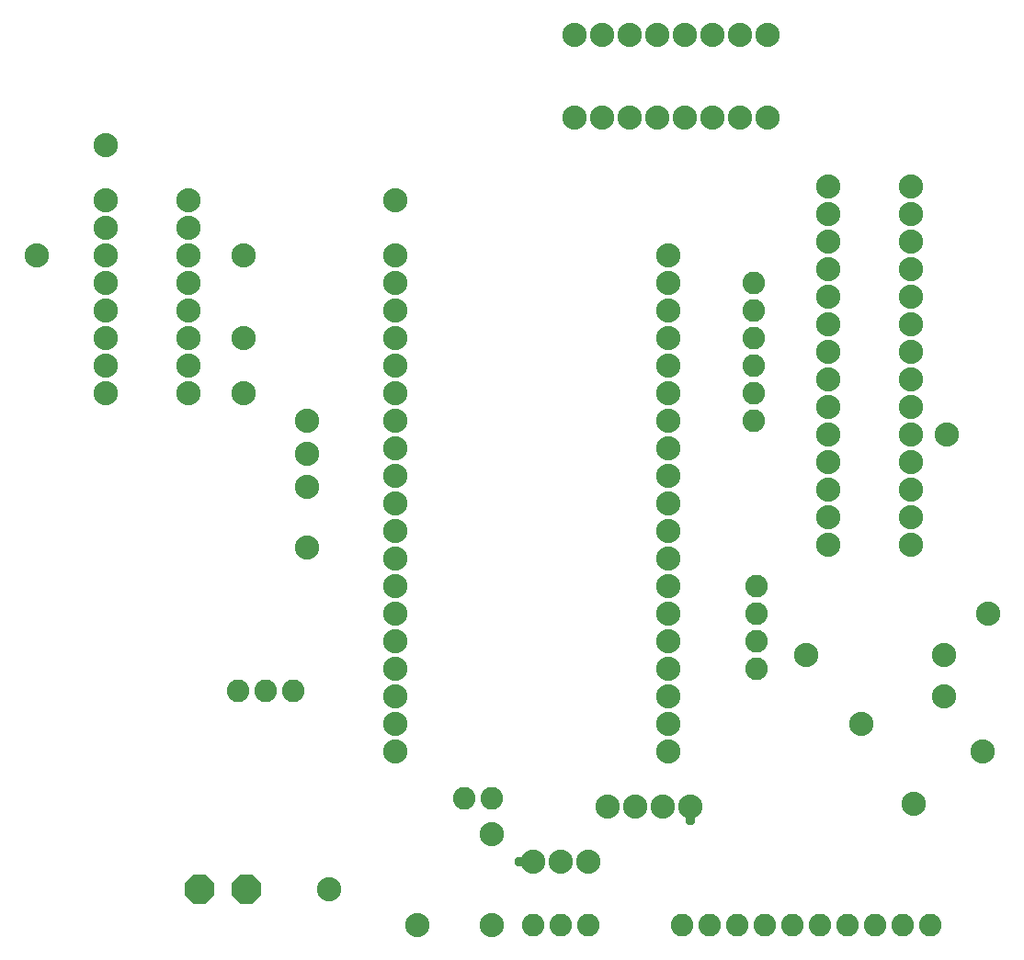
<source format=gbr>
G04 EAGLE Gerber RS-274X export*
G75*
%MOMM*%
%FSLAX34Y34*%
%LPD*%
%INSoldermask Top*%
%IPPOS*%
%AMOC8*
5,1,8,0,0,1.08239X$1,22.5*%
G01*
%ADD10C,2.235200*%
%ADD11C,2.082800*%
%ADD12P,2.969212X8X22.500000*%
%ADD13C,0.959600*%


D10*
X325120Y434340D03*
X325120Y378460D03*
D11*
X584200Y30480D03*
X558800Y30480D03*
X533400Y30480D03*
D10*
X584200Y88900D03*
X558800Y88900D03*
X533400Y88900D03*
X571500Y774700D03*
X596900Y774700D03*
X723900Y774700D03*
X749300Y774700D03*
X622300Y774700D03*
X647700Y774700D03*
X698500Y774700D03*
X673100Y774700D03*
X749300Y850900D03*
X723900Y850900D03*
X698500Y850900D03*
X673100Y850900D03*
X647700Y850900D03*
X622300Y850900D03*
X596900Y850900D03*
X571500Y850900D03*
X139700Y698500D03*
X139700Y673100D03*
X139700Y546100D03*
X139700Y520700D03*
X139700Y647700D03*
X139700Y622300D03*
X139700Y571500D03*
X139700Y596900D03*
X215900Y520700D03*
X215900Y546100D03*
X215900Y571500D03*
X215900Y596900D03*
X215900Y622300D03*
X215900Y647700D03*
X215900Y673100D03*
X215900Y698500D03*
X266700Y520700D03*
X266700Y571500D03*
X266700Y647700D03*
X76200Y647700D03*
X678180Y139700D03*
X652780Y139700D03*
X627380Y139700D03*
X601980Y139700D03*
X406500Y647800D03*
X406500Y622400D03*
X406500Y597000D03*
X406500Y571600D03*
X406500Y546200D03*
X406500Y520800D03*
X406500Y495400D03*
X406500Y470000D03*
X406500Y444600D03*
X406500Y419200D03*
X406500Y393800D03*
X406500Y368400D03*
X406500Y343000D03*
X406500Y317600D03*
X406500Y292200D03*
X406500Y266800D03*
X406500Y241400D03*
X406500Y216000D03*
X406500Y190600D03*
X658400Y647800D03*
X658400Y622400D03*
X658400Y597000D03*
X658400Y571600D03*
X658400Y546200D03*
X658400Y520800D03*
X658400Y495400D03*
X658400Y470000D03*
X658400Y444600D03*
X658400Y419200D03*
X658400Y393800D03*
X658400Y368400D03*
X658400Y343000D03*
X658400Y317600D03*
X658400Y292200D03*
X658400Y266800D03*
X658400Y241400D03*
X658400Y216000D03*
X658400Y190600D03*
X881380Y381000D03*
X881380Y406400D03*
X881380Y431800D03*
X881380Y457200D03*
X881380Y482600D03*
X881380Y508000D03*
X881380Y533400D03*
X881380Y558800D03*
X881380Y584200D03*
X881380Y609600D03*
X881380Y635000D03*
X881380Y660400D03*
X881380Y685800D03*
X881380Y711200D03*
X805180Y711200D03*
X805180Y685800D03*
X805180Y660400D03*
X805180Y635000D03*
X805180Y609600D03*
X805180Y584200D03*
X805180Y558800D03*
X805180Y533400D03*
X805180Y508000D03*
X805180Y482600D03*
X805180Y457200D03*
X805180Y431800D03*
X805180Y406400D03*
X805180Y381000D03*
X784860Y279400D03*
X911860Y279400D03*
X911860Y241300D03*
X835660Y215900D03*
X883920Y142240D03*
X947420Y190500D03*
X952500Y317500D03*
X495300Y114300D03*
X325120Y495300D03*
X495300Y30480D03*
D12*
X269240Y63500D03*
X226060Y63500D03*
D11*
X312420Y246380D03*
X287020Y246380D03*
X261620Y246380D03*
D10*
X345440Y63500D03*
X426720Y30480D03*
D11*
X736600Y622300D03*
X736600Y596900D03*
X736600Y571500D03*
X736600Y546100D03*
X736600Y520700D03*
X736600Y495300D03*
X739140Y342900D03*
X739140Y317500D03*
X739140Y292100D03*
X739140Y266700D03*
D10*
X914400Y482600D03*
D11*
X469900Y147320D03*
X495300Y147320D03*
D10*
X325120Y464820D03*
D11*
X670560Y30480D03*
X695960Y30480D03*
X721360Y30480D03*
X746760Y30480D03*
X772160Y30480D03*
X797560Y30480D03*
X822960Y30480D03*
X848360Y30480D03*
X873760Y30480D03*
X899160Y30480D03*
D10*
X139700Y749300D03*
D13*
X678180Y127000D03*
X520700Y88900D03*
D10*
X406400Y698500D03*
M02*

</source>
